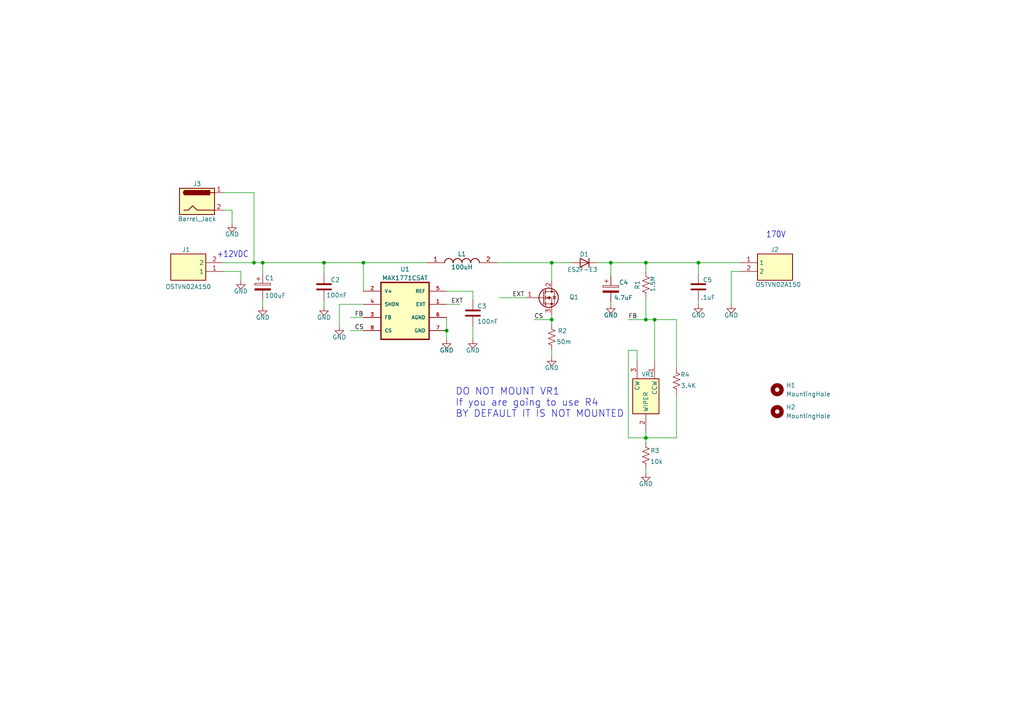
<source format=kicad_sch>
(kicad_sch (version 20230121) (generator eeschema)
  (paper "A4")
  (lib_symbols
    (symbol "Connector:Barrel_Jack" (pin_names (offset 1.016))
      (property "Reference" "J" (at 0 5.334 0))
      (property "Value" "Barrel_Jack" (at 0 -5.08 0))
      (symbol "Barrel_Jack_0_1"
        (rectangle (start -5.08 3.81) (end 5.08 -3.81) (stroke (width 0.254)) (fill (type background)))
        (arc (start -3.302 3.175) (mid -3.9343 2.54) (end -3.302 1.905) (stroke (width 0.254)))
        (arc (start -3.302 3.175) (mid -3.9343 2.54) (end -3.302 1.905) (stroke (width 0.254)) (fill (type outline)))
        (polyline (pts (xy 5.08 2.54) (xy 3.81 2.54)) (stroke (width 0.254)))
        (polyline (pts (xy -3.81 -2.54) (xy -2.54 -2.54) (xy -1.27 -1.27) (xy 0 -2.54) (xy 2.54 -2.54) (xy 5.08 -2.54)) (stroke (width 0.254)))
        (rectangle (start 3.683 3.175) (end -3.302 1.905) (stroke (width 0.254)) (fill (type outline)))
      )
      (symbol "Barrel_Jack_1_1"
        (pin passive line (at 7.62 2.54 180) (length 2.54) (name "~") (number "1"))
        (pin passive line (at 7.62 -2.54 180) (length 2.54) (name "~") (number "2"))
      )
    )
    (symbol "Device:C" (pin_numbers hide) (pin_names (offset 0.254))
      (property "Reference" "C" (at 0.635 2.54 0))
      (property "Value" "C" (at 0.635 -2.54 0))
      (symbol "C_0_1"
        (polyline (pts (xy -2.032 -0.762) (xy 2.032 -0.762)) (stroke (width 0.508)))
        (polyline (pts (xy -2.032 0.762) (xy 2.032 0.762)) (stroke (width 0.508)))
      )
      (symbol "C_1_1"
        (pin passive line (at 0 3.81 270) (length 2.794) (name "~") (number "1"))
        (pin passive line (at 0 -3.81 90) (length 2.794) (name "~") (number "2"))
      )
    )
    (symbol "Device:C_Polarized" (pin_numbers hide) (pin_names (offset 0.254))
      (property "Reference" "C" (at 0.635 2.54 0))
      (property "Value" "C_Polarized" (at 0.635 -2.54 0))
      (symbol "C_Polarized_0_1"
        (rectangle (start -2.286 0.508) (end 2.286 1.016))
        (polyline (pts (xy -1.778 2.286) (xy -0.762 2.286)))
        (polyline (pts (xy -1.27 2.794) (xy -1.27 1.778)))
        (rectangle (start 2.286 -0.508) (end -2.286 -1.016) (fill (type outline)))
      )
      (symbol "C_Polarized_1_1"
        (pin passive line (at 0 3.81 270) (length 2.794) (name "~") (number "1"))
        (pin passive line (at 0 -3.81 90) (length 2.794) (name "~") (number "2"))
      )
    )
    (symbol "Device:D" (pin_numbers hide) (pin_names (offset 1.016) hide)
      (property "Reference" "D" (at 0 2.54 0))
      (property "Value" "D" (at 0 -2.54 0))
      (symbol "D_0_1"
        (polyline (pts (xy -1.27 1.27) (xy -1.27 -1.27)) (stroke (width 0.254)))
        (polyline (pts (xy 1.27 0) (xy -1.27 0)))
        (polyline (pts (xy 1.27 1.27) (xy 1.27 -1.27) (xy -1.27 0) (xy 1.27 1.27)) (stroke (width 0.254)))
      )
      (symbol "D_1_1"
        (pin passive line (at -3.81 0 0) (length 2.54) (name "K") (number "1"))
        (pin passive line (at 3.81 0 180) (length 2.54) (name "A") (number "2"))
      )
    )
    (symbol "Device:Q_NMOS_GDS" (pin_names (offset 0) hide)
      (property "Reference" "Q" (at 5.08 1.27 0))
      (property "Value" "Q_NMOS_GDS" (at 5.08 -1.27 0))
      (symbol "Q_NMOS_GDS_0_1"
        (polyline (pts (xy 0.254 0) (xy -2.54 0)))
        (polyline (pts (xy 0.254 1.905) (xy 0.254 -1.905)) (stroke (width 0.254)))
        (polyline (pts (xy 0.762 -1.27) (xy 0.762 -2.286)) (stroke (width 0.254)))
        (polyline (pts (xy 0.762 0.508) (xy 0.762 -0.508)) (stroke (width 0.254)))
        (polyline (pts (xy 0.762 2.286) (xy 0.762 1.27)) (stroke (width 0.254)))
        (polyline (pts (xy 2.54 2.54) (xy 2.54 1.778)))
        (polyline (pts (xy 2.54 -2.54) (xy 2.54 0) (xy 0.762 0)))
        (polyline (pts (xy 0.762 -1.778) (xy 3.302 -1.778) (xy 3.302 1.778) (xy 0.762 1.778)))
        (polyline (pts (xy 1.016 0) (xy 2.032 0.381) (xy 2.032 -0.381) (xy 1.016 0)) (fill (type outline)))
        (polyline (pts (xy 2.794 0.508) (xy 2.921 0.381) (xy 3.683 0.381) (xy 3.81 0.254)))
        (polyline (pts (xy 3.302 0.381) (xy 2.921 -0.254) (xy 3.683 -0.254) (xy 3.302 0.381)))
        (circle (center 1.651 0) (radius 2.794) (stroke (width 0.254)))
        (circle (center 2.54 -1.778) (radius 0.254) (fill (type outline)))
        (circle (center 2.54 1.778) (radius 0.254) (fill (type outline)))
      )
      (symbol "Q_NMOS_GDS_1_1"
        (pin input line (at -5.08 0 0) (length 2.54) (name "G") (number "1"))
        (pin passive line (at 2.54 5.08 270) (length 2.54) (name "D") (number "2"))
        (pin passive line (at 2.54 -5.08 90) (length 2.54) (name "S") (number "3"))
      )
    )
    (symbol "Device:R_US" (pin_numbers hide) (pin_names (offset 0))
      (property "Reference" "R" (at 2.54 0 90))
      (property "Value" "R_US" (at -2.54 0 90))
      (symbol "R_US_0_1"
        (polyline (pts (xy 0 -2.286) (xy 0 -2.54)))
        (polyline (pts (xy 0 2.286) (xy 0 2.54)))
        (polyline (pts (xy 0 -0.762) (xy 1.016 -1.143) (xy 0 -1.524) (xy -1.016 -1.905) (xy 0 -2.286)))
        (polyline (pts (xy 0 0.762) (xy 1.016 0.381) (xy 0 0) (xy -1.016 -0.381) (xy 0 -0.762)))
        (polyline (pts (xy 0 2.286) (xy 1.016 1.905) (xy 0 1.524) (xy -1.016 1.143) (xy 0 0.762)))
      )
      (symbol "R_US_1_1"
        (pin passive line (at 0 3.81 270) (length 1.27) (name "~") (number "1"))
        (pin passive line (at 0 -3.81 90) (length 1.27) (name "~") (number "2"))
      )
    )
    (symbol "IHLP4040DZER101M11:IHLP4040DZER101M11" (pin_names hide)
      (property "Reference" "L" (at 16.51 6.35 0))
      (property "Value" "IHLP4040DZER101M11" (at 16.51 3.81 0))
      (symbol "IHLP4040DZER101M11_1_1"
        (arc (start 7.62 0) (mid 6.35 1.219) (end 5.08 0) (stroke (width 0.254)))
        (arc (start 10.16 0) (mid 8.89 1.219) (end 7.62 0) (stroke (width 0.254)))
        (arc (start 12.7 0) (mid 11.43 1.219) (end 10.16 0) (stroke (width 0.254)))
        (arc (start 15.24 0) (mid 13.97 1.219) (end 12.7 0) (stroke (width 0.254)))
        (pin passive line (at 0 0 0) (length 5.08) (name "1") (number "1"))
        (pin passive line (at 20.32 0 180) (length 5.08) (name "2") (number "2"))
      )
    )
    (symbol "MAX1771CSAT:MAX1771CSAT" (pin_names (offset 1.016))
      (property "Reference" "U" (at -12.7 11.16 0))
      (property "Value" "MAX1771CSAT" (at -12.7 -8.89 0))
      (symbol "MAX1771CSAT_0_0"
        (rectangle (start -12.7 10.16) (end 1.27 -6.35) (stroke (width 0.41)) (fill (type background)))
        (pin output line (at 6.35 3.81 180) (length 5.08) (name "EXT") (number "1"))
        (pin input line (at -17.78 7.62 0) (length 5.08) (name "V+") (number "2"))
        (pin input line (at -17.78 0 0) (length 5.08) (name "FB") (number "3"))
        (pin input line (at -17.78 3.81 0) (length 5.08) (name "SHDN") (number "4"))
        (pin output line (at 6.35 7.62 180) (length 5.08) (name "REF") (number "5"))
        (pin power_in line (at 6.35 0 180) (length 5.08) (name "AGND") (number "6"))
        (pin power_in line (at 6.35 -3.81 180) (length 5.08) (name "GND") (number "7"))
        (pin input line (at -17.78 -3.81 0) (length 5.08) (name "CS") (number "8"))
      )
    )
    (symbol "Mechanical:MountingHole" (pin_names (offset 1.016))
      (property "Reference" "H" (at 0 5.08 0))
      (property "Value" "MountingHole" (at 0 3.175 0))
      (symbol "MountingHole_0_1"
        (circle (center 0 0) (radius 1.27) (stroke (width 1.27)))
      )
    )
    (symbol "OSTVN02A150:OSTVN02A150"
      (property "Reference" "J" (at 16.51 7.62 0))
      (property "Value" "OSTVN02A150" (at 16.51 5.08 0))
      (symbol "OSTVN02A150_1_1"
        (rectangle (start 5.08 2.54) (end 15.24 -5.08) (stroke (width 0.254)) (fill (type background)))
        (pin passive line (at 0 0 0) (length 5.08) (name "1") (number "1"))
        (pin passive line (at 0 -2.54 0) (length 5.08) (name "2") (number "2"))
      )
    )
    (symbol "TC33X-2-502E:TC33X-2-502E"
      (property "Reference" "VR" (at 19.05 6.35 0))
      (property "Value" "TC33X-2-502E" (at 19.05 3.81 0))
      (symbol "TC33X-2-502E_1_1"
        (rectangle (start 10.16 8.89) (end 17.78 -1.27) (stroke (width 0.254)) (fill (type background)))
        (pin passive line (at 16.51 13.97 270) (length 5.08) (name "CCW") (number "1"))
        (pin passive line (at 13.97 -6.35 90) (length 5.08) (name "WIPER") (number "2"))
        (pin passive line (at 11.43 13.97 270) (length 5.08) (name "CW") (number "3"))
      )
    )
    (symbol "power:GND" (power) (pin_names (offset 0))
      (property "Value" "GND" (at 0 -3.81 0))
      (symbol "GND_0_1"
        (polyline (pts (xy 0 0) (xy 0 -1.27) (xy 1.27 -1.27) (xy 0 -2.54) (xy -1.27 -1.27) (xy 0 -1.27)))
      )
      (symbol "GND_1_1"
        (pin power_in line (at 0 0 270) (length 0) hide (name "GND") (number "1"))
      )
    )
  )
  (junction (at 160.02 76.2))
  (junction (at 73.66 76.2))
  (junction (at 129.54 95.885))
  (junction (at 187.325 76.2))
  (junction (at 105.41 76.2))
  (junction (at 187.325 92.71))
  (junction (at 76.2 76.2))
  (junction (at 187.325 127))
  (junction (at 189.865 92.71))
  (junction (at 202.565 76.2))
  (junction (at 160.02 92.71))
  (junction (at 177.165 76.2))
  (junction (at 93.98 76.2))
  (wire (pts (xy 76.2 76.2) (xy 93.98 76.2)) (stroke (width 0.1524)))
  (wire (pts (xy 212.09 78.74) (xy 212.09 88.265)) (stroke (width 0.1524)))
  (wire (pts (xy 202.565 76.2) (xy 202.565 79.375)))
  (wire (pts (xy 196.215 114.3) (xy 196.215 127)))
  (wire (pts (xy 202.565 76.2) (xy 214.63 76.2)) (stroke (width 0.1524)))
  (wire (pts (xy 101.6 95.885) (xy 105.41 95.885)))
  (wire (pts (xy 187.325 92.71) (xy 189.865 92.71)))
  (wire (pts (xy 160.02 92.71) (xy 160.02 93.98)))
  (wire (pts (xy 173.355 76.2) (xy 177.165 76.2)))
  (wire (pts (xy 177.165 76.2) (xy 187.325 76.2)))
  (wire (pts (xy 73.66 76.2) (xy 76.2 76.2)) (stroke (width 0.1524)))
  (wire (pts (xy 105.41 76.2) (xy 109.22 76.2)) (stroke (width 0.1524)))
  (wire (pts (xy 129.54 84.455) (xy 137.16 84.455)))
  (wire (pts (xy 187.325 88.9) (xy 187.325 92.71)) (stroke (width 0.1524)))
  (wire (pts (xy 67.31 60.96) (xy 67.31 64.77)))
  (wire (pts (xy 189.865 92.71) (xy 196.215 92.71)))
  (wire (pts (xy 160.02 91.44) (xy 160.02 92.71)))
  (wire (pts (xy 160.02 76.2) (xy 165.735 76.2)))
  (wire (pts (xy 64.77 60.96) (xy 67.31 60.96)))
  (wire (pts (xy 182.245 127) (xy 182.245 101.6)))
  (wire (pts (xy 177.165 87.63) (xy 177.165 88.265)))
  (wire (pts (xy 187.325 135.89) (xy 187.325 137.16)) (stroke (width 0.1524)))
  (wire (pts (xy 182.245 101.6) (xy 184.785 101.6)))
  (wire (pts (xy 93.98 79.375) (xy 93.98 76.2)) (stroke (width 0.1524)))
  (wire (pts (xy 184.785 101.6) (xy 184.785 104.775)))
  (wire (pts (xy 196.215 106.68) (xy 196.215 92.71)))
  (wire (pts (xy 187.325 125.095) (xy 187.325 127)))
  (wire (pts (xy 160.02 101.6) (xy 160.02 103.505)) (stroke (width 0.1524)))
  (wire (pts (xy 98.425 88.265) (xy 98.425 94.615)) (stroke (width 0.1524)))
  (wire (pts (xy 129.54 88.265) (xy 133.35 88.265)))
  (wire (pts (xy 73.66 55.88) (xy 73.66 76.2)))
  (wire (pts (xy 129.54 95.885) (xy 129.54 98.425)))
  (wire (pts (xy 177.165 76.2) (xy 177.165 80.01)))
  (wire (pts (xy 160.02 76.2) (xy 160.02 81.28)))
  (wire (pts (xy 93.98 86.995) (xy 93.98 88.9)) (stroke (width 0.1524)))
  (wire (pts (xy 64.77 55.88) (xy 73.66 55.88)))
  (wire (pts (xy 105.41 76.2) (xy 105.41 84.455)))
  (wire (pts (xy 64.77 76.2) (xy 73.66 76.2)) (stroke (width 0.1524)))
  (wire (pts (xy 69.85 78.74) (xy 64.77 78.74)) (stroke (width 0.1524)))
  (wire (pts (xy 93.98 76.2) (xy 105.41 76.2)) (stroke (width 0.1524)))
  (wire (pts (xy 144.145 76.2) (xy 160.02 76.2)))
  (wire (pts (xy 98.425 88.265) (xy 105.41 88.265)) (stroke (width 0.1524)))
  (wire (pts (xy 137.16 84.455) (xy 137.16 86.995)) (stroke (width 0.1524)))
  (wire (pts (xy 187.325 127) (xy 187.325 128.27)))
  (wire (pts (xy 187.325 86.36) (xy 187.325 88.9)))
  (wire (pts (xy 69.85 78.74) (xy 69.85 81.28)) (stroke (width 0.1524)))
  (wire (pts (xy 196.215 127) (xy 187.325 127)))
  (wire (pts (xy 182.245 92.71) (xy 187.325 92.71)))
  (wire (pts (xy 212.09 78.74) (xy 214.63 78.74)) (stroke (width 0.1524)))
  (wire (pts (xy 187.325 78.74) (xy 187.325 76.2)) (stroke (width 0.1524)))
  (wire (pts (xy 154.94 92.71) (xy 160.02 92.71)))
  (wire (pts (xy 76.2 86.995) (xy 76.2 88.9)))
  (wire (pts (xy 187.325 76.2) (xy 202.565 76.2)) (stroke (width 0.1524)))
  (wire (pts (xy 187.325 127) (xy 182.245 127)))
  (wire (pts (xy 137.16 94.615) (xy 137.16 98.425)) (stroke (width 0.1524)))
  (wire (pts (xy 144.78 86.36) (xy 152.4 86.36)))
  (wire (pts (xy 109.22 76.2) (xy 123.825 76.2)))
  (wire (pts (xy 202.565 86.995) (xy 202.565 88.265)))
  (wire (pts (xy 76.2 76.2) (xy 76.2 79.375)))
  (wire (pts (xy 101.6 92.075) (xy 105.41 92.075)))
  (wire (pts (xy 189.865 92.71) (xy 189.865 104.775)))
  (wire (pts (xy 129.54 92.075) (xy 129.54 95.885)))
  (text "+12VDC" (at 62.865 74.93 0) (effects (font (size 1.778 1.5113)) (justify left bottom)))
  (text "DO NOT MOUNT VR1\nIf you are going to use R4\nBY DEFAULT IT IS NOT MOUNTED" (at 132.08 121.285 0) (effects (font (size 2 2)) (justify left bottom)))
  (text "170V" (at 227.965 69.215 0) (effects (font (size 1.778 1.5113)) (justify right bottom)))
  (label "CS" (at 102.87 95.885 0))
  (label "EXT" (at 130.81 88.265 0))
  (label "EXT" (at 148.59 86.36 0))
  (label "FB" (at 182.245 92.71 0))
  (label "CS" (at 154.94 92.71 0))
  (label "FB" (at 102.87 92.075 0))
  (symbol (lib_id "power:GND") (at 202.565 88.265 0) (unit 1)
    (property "Reference" "#PWR010" (effects hide))
    (property "Value" "GND" (at 202.565 91.44 0))
  )
  (symbol (lib_id "Device:D") (at 169.545 76.2 180) (unit 1)
    (property "Reference" "D1" (at 170.815 73.025 0) (effects (justify left bottom)))
    (property "Value" "ES2F-E3" (at 173.355 77.47 0) (effects (justify left bottom)))
    (property "Footprint" "Diode_SMD:D_SMB_Handsoldering" (effects hide))
    (property "Datasheet" "https://www.digikey.com/en/products/detail/vishay-general-semiconductor-diodes-division/ES2F-E3-52T/1091445" (effects hide))
    (property "Sim.Device" "D" (effects hide))
    (property "Sim.Pins" "1=K 2=A" (effects hide))
  )
  (symbol (lib_id "power:GND") (at 212.09 88.265 0) (unit 1)
    (property "Reference" "#PWR09" (effects hide))
    (property "Value" "GND" (at 212.09 91.44 0))
  )
  (symbol (lib_id "IHLP4040DZER101M11:IHLP4040DZER101M11") (at 123.825 76.2 0) (unit 1)
    (property "Reference" "L1" (at 133.985 73.66 0))
    (property "Value" "100uH" (at 133.985 77.47 0))
    (property "Footprint" "Inductor_SMD:L_Vishay_IHLP-4040" (effects hide))
    (property "Datasheet" "https://www.digikey.com/en/products/detail/vishay-dale/IHLP4040DZER101M11/1220712" (effects hide))
    (property "Height" "4" (effects hide))
    (property "Manufacturer_Name" "Vishay" (effects hide))
    (property "Manufacturer_Part_Number" "IHLP4040DZER101M11" (effects hide))
    (property "Mouser Part Number" "70-IHLP4040DZER101M1" (effects hide))
    (property "Mouser Price/Stock" "https://www.mouser.co.uk/ProductDetail/Vishay-Dale/IHLP4040DZER101M11?qs=gMuw6kkpPFgLgU3Xdzj89A%3D%3D" (effects hide))
    (property "Arrow Part Number" "IHLP4040DZER101M11" (effects hide))
    (property "Arrow Price/Stock" "https://www.arrow.com/en/products/ihlp4040dzer101m11/vishay?region=europe" (effects hide))
  )
  (symbol (lib_id "Device:R_US") (at 160.02 97.79 180) (unit 1)
    (property "Reference" "R2" (at 164.465 95.25 0) (effects (justify left bottom)))
    (property "Value" "50m" (at 165.735 98.425 0) (effects (justify left bottom)))
    (property "Footprint" "Resistor_SMD:R_0805_2012Metric" (effects hide))
    (property "Datasheet" "https://www.digikey.com/en/products/detail/ohmite/KDV08FR050ET/10476566" (effects hide))
  )
  (symbol (lib_id "Device:C") (at 202.565 83.185 0) (unit 1)
    (property "Reference" "C5" (at 203.835 81.915 0) (effects (justify left bottom)))
    (property "Value" ".1uF" (at 203.2 86.995 0) (effects (justify left bottom)))
    (property "Footprint" "Capacitor_SMD:C_0805_2012Metric" (effects hide))
    (property "Datasheet" "https://www.digikey.com/en/products/detail/tdk-corporation/C2012X7T2E104M125AE/2616394" (effects hide))
  )
  (symbol (lib_id "Device:C_Polarized") (at 177.165 83.82 0) (unit 1)
    (property "Reference" "C4" (at 182.245 81.915 0) (effects (justify right)))
    (property "Value" "4.7uF" (at 183.515 86.36 0) (effects (justify right)))
    (property "Footprint" "Capacitor_THT:CP_Radial_D6.3mm_P2.50mm" (effects hide))
    (property "Datasheet" "https://www.digikey.com/en/products/detail/nichicon/UVZ2E4R7MPD/589155" (effects hide))
    (property "Height" "12.5" (effects hide))
    (property "Manufacturer_Name" "Nichicon" (effects hide))
    (property "Manufacturer_Part_Number" "UVK2D0R1MED1TD" (effects hide))
  )
  (symbol (lib_id "power:GND") (at 76.2 88.9 0) (unit 1)
    (property "Reference" "#PWR01" (effects hide))
    (property "Value" "GND" (at 76.2 92.075 0))
  )
  (symbol (lib_id "power:GND") (at 69.85 81.28 0) (unit 1)
    (property "Reference" "#PWR011" (effects hide))
    (property "Value" "GND" (at 69.85 84.455 0))
  )
  (symbol (lib_id "power:GND") (at 187.325 137.16 0) (unit 1)
    (property "Reference" "#PWR08" (effects hide))
    (property "Value" "GND" (at 187.325 140.335 0))
  )
  (symbol (lib_id "OSTVN02A150:OSTVN02A150") (at 214.63 76.2 0) (unit 1)
    (property "Reference" "J2" (at 223.52 72.39 0) (effects (justify left)))
    (property "Value" "OSTVN02A150" (at 219.075 82.55 0) (effects (justify left)))
    (property "Footprint" "OSTVN02A150" (effects hide))
    (property "Datasheet" "https://www.digikey.com/en/products/detail/on-shore-technology-inc/OSTVN02A150/1588862" (effects hide))
    (property "Height" "8.8" (effects hide))
    (property "Manufacturer_Name" "On Shore Technology Inc." (effects hide))
    (property "Manufacturer_Part_Number" "OSTVN02A150" (effects hide))
    (property "Arrow Part Number" "OSTVN02A150" (effects hide))
    (property "Arrow Price/Stock" "https://www.arrow.com/en/products/ostvn02a150/on-shore-technology?region=nac" (effects hide))
  )
  (symbol (lib_id "power:GND") (at 129.54 98.425 0) (unit 1)
    (property "Reference" "#PWR04" (effects hide))
    (property "Value" "GND" (at 129.54 101.6 0))
  )
  (symbol (lib_id "Device:C") (at 137.16 90.805 0) (unit 1)
    (property "Reference" "C3" (at 138.43 89.535 0) (effects (justify left bottom)))
    (property "Value" "100nF" (at 138.43 93.98 0) (effects (justify left bottom)))
    (property "Footprint" "Capacitor_SMD:C_0805_2012Metric" (effects hide))
  )
  (symbol (lib_id "Mechanical:MountingHole") (at 225.425 113.03 0) (unit 1)
    (property "Reference" "H1" (at 227.965 111.76 0) (effects (justify left)))
    (property "Value" "MountingHole" (at 227.965 114.3 0) (effects (justify left)))
    (property "Footprint" "MountingHole:MountingHole_3.5mm_Pad_Via" (effects hide))
  )
  (symbol (lib_id "Device:C") (at 93.98 83.185 0) (unit 1)
    (property "Reference" "C2" (at 95.885 81.915 0) (effects (justify left bottom)))
    (property "Value" "100nF" (at 94.615 86.36 0) (effects (justify left bottom)))
    (property "Footprint" "Capacitor_SMD:C_0805_2012Metric" (effects hide))
    (property "Datasheet" "https://www.digikey.com/en/products/detail/kemet/C0805C104K3RAC7210/3317009" (effects hide))
  )
  (symbol (lib_id "power:GND") (at 137.16 98.425 0) (unit 1)
    (property "Reference" "#PWR05" (effects hide))
    (property "Value" "GND" (at 137.16 101.6 0))
  )
  (symbol (lib_id "Mechanical:MountingHole") (at 225.425 119.38 0) (unit 1)
    (property "Reference" "H2" (at 227.965 118.11 0) (effects (justify left)))
    (property "Value" "MountingHole" (at 227.965 120.65 0) (effects (justify left)))
    (property "Footprint" "MountingHole:MountingHole_3.5mm_Pad_Via" (effects hide))
  )
  (symbol (lib_id "Device:R_US") (at 187.325 82.55 180) (unit 1)
    (property "Reference" "R1" (at 184.15 81.28 90) (effects (justify left bottom)))
    (property "Value" "1.5M" (at 188.595 80.01 90) (effects (justify left bottom)))
    (property "Footprint" "Resistor_SMD:R_0805_2012Metric" (effects hide))
    (property "Datasheet" "https://www.digikey.com/en/products/detail/koa-speer-electronics-inc/RK73H2ATTD1504F/10234155" (effects hide))
  )
  (symbol (lib_id "power:GND") (at 67.31 64.77 0) (unit 1)
    (property "Reference" "#PWR012" (effects hide))
    (property "Value" "GND" (at 67.31 67.945 0))
  )
  (symbol (lib_id "TC33X-2-502E:TC33X-2-502E") (at 173.355 118.745 0) (unit 1) (on_board no)
    (property "Reference" "VR1" (at 186.055 108.585 0) (effects (justify left)))
    (property "Value" "TC33X-2-502E" (effects hide))
    (property "Footprint" "TC33X2503E" (effects hide))
    (property "Datasheet" "https://www.digikey.com/en/products/detail/bourns-inc/TC33X-2-502E/612861" (effects hide))
    (property "Height" "1.2" (effects hide))
    (property "Manufacturer_Name" "Bourns" (effects hide))
    (property "Manufacturer_Part_Number" "TC33X-2-502E" (effects hide))
    (property "Mouser Part Number" "652-TC33X-2-502E" (effects hide))
    (property "Mouser Price/Stock" "https://www.mouser.co.uk/ProductDetail/Bourns/TC33X-2-502E?qs=r%252B5EJQndA0pTgyiJsDuA%252BA%3D%3D" (effects hide))
    (property "Arrow Part Number" "TC33X-2-502E" (effects hide))
    (property "Arrow Price/Stock" "https://www.arrow.com/en/products/tc33x-2-502e/bourns?region=nac" (effects hide))
  )
  (symbol (lib_id "Connector:Barrel_Jack") (at 57.15 58.42 0) (unit 1)
    (property "Reference" "J3" (at 57.15 53.34 0))
    (property "Value" "Barrel_Jack" (at 57.15 63.5 0))
    (property "Footprint" "Connector_BarrelJack:BarrelJack_Kycon_KLDX-0202-xC_Horizontal" (effects hide))
  )
  (symbol (lib_id "Device:R_US") (at 187.325 132.08 0) (unit 1)
    (property "Reference" "R3" (at 188.595 131.445 0) (effects (justify left bottom)))
    (property "Value" "10k" (at 188.595 134.62 0) (effects (justify left bottom)))
    (property "Footprint" "Resistor_SMD:R_0805_2012Metric" (effects hide))
    (property "Datasheet" "https://www.digikey.com/en/products/detail/stackpole-electronics-inc/RNCP0805FTD10K0/2240262" (effects hide))
  )
  (symbol (lib_id "power:GND") (at 98.425 94.615 0) (unit 1)
    (property "Reference" "#PWR03" (effects hide))
    (property "Value" "GND" (at 98.425 97.79 0))
  )
  (symbol (lib_id "MAX1771CSAT:MAX1771CSAT") (at 123.19 92.075 0) (unit 1)
    (property "Reference" "U1" (at 117.475 78.105 0))
    (property "Value" "MAX1771CSAT" (at 117.475 80.645 0))
    (property "Footprint" "SOIC127P600X175-8N" (effects hide))
    (property "Datasheet" "https://www.digikey.com/en/products/detail/analog-devices-inc-maxim-integrated/MAX1771CSA-T/1520601" (effects hide))
    (property "MF" "Maxim Integrated" (effects hide))
    (property "DESCRIPTION" "Boost, Buck-Boost Regulator Positive Output Step-Up, Step-Up/Step-Down DC-DC Controller IC 8-SOIC" (effects hide))
    (property "PACKAGE" "SOIC-8 Maxim" (effects hide))
    (property "PRICE" "None" (effects hide))
    (property "MP" "MAX1771CSAT" (effects hide))
    (property "AVAILABILITY" "Unavailable" (effects hide))
  )
  (symbol (lib_id "power:GND") (at 160.02 103.505 0) (unit 1)
    (property "Reference" "#PWR06" (effects hide))
    (property "Value" "GND" (at 160.02 106.68 0))
  )
  (symbol (lib_id "Device:R_US") (at 196.215 110.49 180) (unit 1)
    (property "Reference" "R4" (at 200.025 107.95 0) (effects (justify left bottom)))
    (property "Value" "3.4K" (at 201.93 111.125 0) (effects (justify left bottom)))
    (property "Footprint" "Resistor_SMD:R_0805_2012Metric" (effects hide))
    (property "Datasheet" "https://www.digikey.com/en/products/detail/koa-speer-electronics-inc/RK73H2ATTD3401F/10234136" (effects hide))
  )
  (symbol (lib_id "power:GND") (at 93.98 88.9 0) (unit 1)
    (property "Reference" "#PWR02" (effects hide))
    (property "Value" "GND" (at 93.98 92.075 0))
  )
  (symbol (lib_id "Device:C_Polarized") (at 76.2 83.185 0) (unit 1)
    (property "Reference" "C1" (at 76.835 80.645 0) (effects (justify left)))
    (property "Value" "100uF" (at 76.835 85.725 0) (effects (justify left)))
    (property "Footprint" "Capacitor_Tantalum_SMD:CP_EIA-7343-30_AVX-N" (effects hide))
    (property "Datasheet" "https://www.digikey.com/en/products/detail/kyocera-avx/TAJD107K020RNJ/563829" (effects hide))
    (property "Height" "3.1" (effects hide))
    (property "Manufacturer_Name" "AVX" (effects hide))
    (property "Manufacturer_Part_Number" "TAJD107K020RNJ" (effects hide))
    (property "Mouser Part Number" "581-TAJD107K020R" (effects hide))
    (property "Mouser Price/Stock" "https://www.mouser.co.uk/ProductDetail/AVX/TAJD107K020RNJ?qs=vCvzkGKhcJTayC4TVOJC1w%3D%3D" (effects hide))
    (property "Arrow Part Number" "TAJD107K020RNJ" (effects hide))
    (property "Arrow Price/Stock" "https://www.arrow.com/en/products/tajd107k020rnj/avx" (effects hide))
  )
  (symbol (lib_id "power:GND") (at 177.165 88.265 0) (unit 1)
    (property "Reference" "#PWR07" (effects hide))
    (property "Value" "GND" (at 177.165 91.44 0))
  )
  (symbol (lib_id "Device:Q_NMOS_GDS") (at 157.48 86.36 0) (unit 1)
    (property "Reference" "Q1" (at 165.1 86.1631 0) (effects (justify left)))
    (property "Value" "IRF740STRLPBF" (effects hide))
    (property "Footprint" "Package_TO_SOT_SMD:TO-263-2" (effects hide))
  )
  (symbol (lib_id "OSTVN02A150:OSTVN02A150") (at 64.77 78.74 180) (unit 1)
    (property "Reference" "J1" (at 53.975 72.39 0))
    (property "Value" "OSTVN02A150" (at 54.61 83.185 0))
    (property "Footprint" "OSTVN02A150" (effects hide))
    (property "Datasheet" "https://www.digikey.com/en/products/detail/on-shore-technology-inc/OSTVN02A150/1588862" (effects hide))
    (property "Height" "8.8" (effects hide))
    (property "Manufacturer_Name" "On Shore Technology Inc." (effects hide))
    (property "Manufacturer_Part_Number" "OSTVN02A150" (effects hide))
    (property "Arrow Part Number" "OSTVN02A150" (effects hide))
    (property "Arrow Price/Stock" "https://www.arrow.com/en/products/ostvn02a150/on-shore-technology?region=nac" (effects hide))
  )
)
</source>
